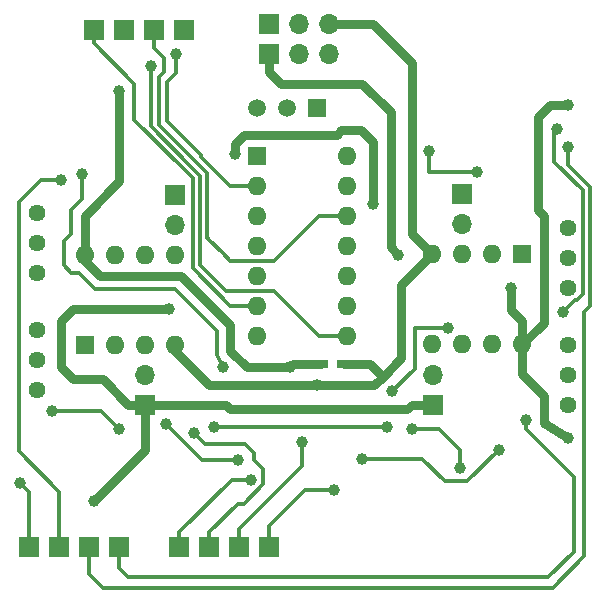
<source format=gbr>
G04 #@! TF.FileFunction,Copper,L2,Bot,Signal*
%FSLAX46Y46*%
G04 Gerber Fmt 4.6, Leading zero omitted, Abs format (unit mm)*
G04 Created by KiCad (PCBNEW 4.0.6) date 07/20/17 01:45:34*
%MOMM*%
%LPD*%
G01*
G04 APERTURE LIST*
%ADD10C,0.100000*%
%ADD11R,1.200000X0.750000*%
%ADD12R,1.700000X1.700000*%
%ADD13O,1.700000X1.700000*%
%ADD14R,1.600000X1.600000*%
%ADD15O,1.600000X1.600000*%
%ADD16C,1.440000*%
%ADD17C,1.520000*%
%ADD18R,1.520000X1.520000*%
%ADD19C,1.000000*%
%ADD20C,0.800000*%
%ADD21C,0.300000*%
G04 APERTURE END LIST*
D10*
D11*
X26609000Y-80391000D03*
X28509000Y-80391000D03*
D12*
X22225000Y-54102000D03*
D13*
X24765000Y-54102000D03*
X27305000Y-54102000D03*
D12*
X22225000Y-51562000D03*
D13*
X24765000Y-51562000D03*
X27305000Y-51562000D03*
D14*
X43607000Y-71092000D03*
D15*
X35987000Y-78712000D03*
X41067000Y-71092000D03*
X38527000Y-78712000D03*
X38527000Y-71092000D03*
X41067000Y-78712000D03*
X35987000Y-71092000D03*
X43607000Y-78712000D03*
D14*
X6604000Y-78740000D03*
D15*
X14224000Y-71120000D03*
X9144000Y-78740000D03*
X11684000Y-71120000D03*
X11684000Y-78740000D03*
X9144000Y-71120000D03*
X14224000Y-78740000D03*
X6604000Y-71120000D03*
D16*
X47498000Y-78740000D03*
X47498000Y-81280000D03*
X47498000Y-83820000D03*
X47498000Y-68834000D03*
X47498000Y-71374000D03*
X47498000Y-73914000D03*
X2540000Y-72644000D03*
X2540000Y-70104000D03*
X2540000Y-67564000D03*
X2540000Y-82550000D03*
X2540000Y-80010000D03*
X2540000Y-77470000D03*
D12*
X36068000Y-83820000D03*
D13*
X36068000Y-81280000D03*
D12*
X38527000Y-66012000D03*
D13*
X38527000Y-68552000D03*
D12*
X14224000Y-66040000D03*
D13*
X14224000Y-68580000D03*
D12*
X11684000Y-83820000D03*
D13*
X11684000Y-81280000D03*
D12*
X14986000Y-52070000D03*
X12446000Y-52070000D03*
X22225000Y-95885000D03*
X19685000Y-95885000D03*
X9525000Y-95885000D03*
X6985000Y-95885000D03*
X9906000Y-52070000D03*
X7366000Y-52070000D03*
X17145000Y-95885000D03*
X14605000Y-95885000D03*
X4445000Y-95885000D03*
X1905000Y-95885000D03*
D14*
X21209000Y-62738000D03*
D15*
X28829000Y-77978000D03*
X21209000Y-65278000D03*
X28829000Y-75438000D03*
X21209000Y-67818000D03*
X28829000Y-72898000D03*
X21209000Y-70358000D03*
X28829000Y-70358000D03*
X21209000Y-72898000D03*
X28829000Y-67818000D03*
X21209000Y-75438000D03*
X28829000Y-65278000D03*
X21209000Y-77978000D03*
X28829000Y-62738000D03*
D17*
X23749000Y-58674000D03*
X21209000Y-58674000D03*
D18*
X26289000Y-58674000D03*
D19*
X9525000Y-57277000D03*
X42672000Y-73914000D03*
X24003000Y-80645000D03*
X33147000Y-71120000D03*
X47498000Y-58420000D03*
X47498000Y-86614000D03*
X30988000Y-66802000D03*
X19304000Y-62611000D03*
X13716000Y-75692000D03*
X7366000Y-91948000D03*
X3810000Y-84328000D03*
X19558000Y-88519000D03*
X13462000Y-85471000D03*
X9525000Y-85852000D03*
X6350000Y-64262000D03*
X18288000Y-80645000D03*
X46609000Y-60452000D03*
X47117000Y-75946000D03*
X37338000Y-77343000D03*
X32639000Y-82677000D03*
X30099000Y-88392000D03*
X41656000Y-87630000D03*
X1143000Y-90424000D03*
X4572000Y-64770000D03*
X20701000Y-90170000D03*
X15875000Y-86233000D03*
X14351000Y-54102000D03*
X47498000Y-61976000D03*
X43942000Y-85090000D03*
X25019000Y-86995000D03*
X27686000Y-91059000D03*
X12192000Y-55118000D03*
X32215000Y-85725000D03*
X17526000Y-85725000D03*
X35750000Y-62358000D03*
X39797000Y-64107000D03*
X38354000Y-89154000D03*
X34290000Y-85852000D03*
X26289000Y-82169000D03*
D20*
X26609000Y-80391000D02*
X24257000Y-80391000D01*
X24257000Y-80391000D02*
X24003000Y-80645000D01*
X9525000Y-59182000D02*
X9525000Y-57277000D01*
X6604000Y-67818000D02*
X9525000Y-64897000D01*
X9525000Y-64897000D02*
X9525000Y-59182000D01*
X6604000Y-67818000D02*
X6604000Y-71120000D01*
X43607000Y-76754000D02*
X42672000Y-75819000D01*
X43607000Y-76754000D02*
X43607000Y-78712000D01*
X42672000Y-73914000D02*
X42672000Y-75819000D01*
X6604000Y-71120000D02*
X6604000Y-71628000D01*
X6604000Y-71628000D02*
X7874000Y-72898000D01*
X20320000Y-80645000D02*
X24003000Y-80645000D01*
X18923000Y-79248000D02*
X20320000Y-80645000D01*
X18923000Y-77089000D02*
X18923000Y-79248000D01*
X14732000Y-72898000D02*
X18923000Y-77089000D01*
X7874000Y-72898000D02*
X14732000Y-72898000D01*
X22225000Y-55626000D02*
X22225000Y-54102000D01*
X23241000Y-56642000D02*
X22225000Y-55626000D01*
X30099000Y-56642000D02*
X23241000Y-56642000D01*
X32512000Y-59055000D02*
X30099000Y-56642000D01*
X32512000Y-70485000D02*
X32512000Y-59055000D01*
X33147000Y-71120000D02*
X32512000Y-70485000D01*
X47498000Y-58420000D02*
X45974000Y-58420000D01*
X45974000Y-58420000D02*
X44958000Y-59436000D01*
X44958000Y-59436000D02*
X44958000Y-67310000D01*
X44958000Y-67310000D02*
X45466000Y-67818000D01*
X45466000Y-67818000D02*
X45466000Y-76853000D01*
X45466000Y-76853000D02*
X43607000Y-78712000D01*
X43607000Y-81199000D02*
X43607000Y-78712000D01*
X45466000Y-83058000D02*
X43607000Y-81199000D01*
X45466000Y-85344000D02*
X45466000Y-83058000D01*
X47498000Y-86614000D02*
X45466000Y-85344000D01*
X20066000Y-60960000D02*
X19304000Y-61722000D01*
X20066000Y-60960000D02*
X27940000Y-60960000D01*
X27940000Y-60960000D02*
X28321000Y-60579000D01*
X28321000Y-60579000D02*
X29972000Y-60579000D01*
X29972000Y-60579000D02*
X30988000Y-61595000D01*
X30988000Y-61595000D02*
X30988000Y-66802000D01*
X19304000Y-61722000D02*
X19304000Y-62611000D01*
X11684000Y-83820000D02*
X10287000Y-83820000D01*
X5588000Y-75692000D02*
X13716000Y-75692000D01*
X4572000Y-76708000D02*
X5588000Y-75692000D01*
X4572000Y-80645000D02*
X4572000Y-76708000D01*
X5588000Y-81661000D02*
X4572000Y-80645000D01*
X8128000Y-81661000D02*
X5588000Y-81661000D01*
X10287000Y-83820000D02*
X8128000Y-81661000D01*
X11684000Y-83820000D02*
X18542000Y-83820000D01*
X34290000Y-83820000D02*
X36068000Y-83820000D01*
X33909000Y-84201000D02*
X34290000Y-83820000D01*
X18923000Y-84201000D02*
X33909000Y-84201000D01*
X18542000Y-83820000D02*
X18923000Y-84201000D01*
X7366000Y-91948000D02*
X11684000Y-87630000D01*
X11684000Y-87630000D02*
X11684000Y-83820000D01*
D21*
X3810000Y-84328000D02*
X8001000Y-84328000D01*
X16510000Y-88519000D02*
X19558000Y-88519000D01*
X13462000Y-85471000D02*
X16510000Y-88519000D01*
X8001000Y-84328000D02*
X9525000Y-85852000D01*
X18288000Y-80645000D02*
X17907000Y-79756000D01*
X6350000Y-66421000D02*
X6350000Y-64262000D01*
X5461000Y-67310000D02*
X6350000Y-66421000D01*
X5461000Y-69342000D02*
X5461000Y-67310000D01*
X4826000Y-69977000D02*
X5461000Y-69342000D01*
X4826000Y-72009000D02*
X4826000Y-69977000D01*
X5461000Y-72644000D02*
X4826000Y-72009000D01*
X6096000Y-72644000D02*
X5461000Y-72644000D01*
X7493000Y-74041000D02*
X6096000Y-72644000D01*
X7747000Y-74041000D02*
X7493000Y-74041000D01*
X11303000Y-74041000D02*
X7747000Y-74041000D01*
X14224000Y-74041000D02*
X11303000Y-74041000D01*
X14370536Y-74187536D02*
X14224000Y-74041000D01*
X17780000Y-77597000D02*
X14370536Y-74187536D01*
X17780000Y-79629000D02*
X17780000Y-77597000D01*
X17907000Y-79756000D02*
X17780000Y-79629000D01*
X18288000Y-80645000D02*
X18288000Y-80645000D01*
X46355000Y-60706000D02*
X46609000Y-60452000D01*
X46355000Y-63246000D02*
X46355000Y-60706000D01*
X48768000Y-65659000D02*
X46355000Y-63246000D01*
X48768000Y-74422000D02*
X48768000Y-65659000D01*
X48260000Y-74930000D02*
X48768000Y-74422000D01*
X48133000Y-74930000D02*
X48260000Y-74930000D01*
X47117000Y-75946000D02*
X48133000Y-74930000D01*
X34544000Y-77343000D02*
X37338000Y-77343000D01*
X34544000Y-80772000D02*
X34544000Y-77343000D01*
X32639000Y-82677000D02*
X34544000Y-80772000D01*
X35179000Y-88392000D02*
X30099000Y-88392000D01*
X37084000Y-90297000D02*
X35179000Y-88392000D01*
X38989000Y-90297000D02*
X37084000Y-90297000D01*
X41656000Y-87630000D02*
X38989000Y-90297000D01*
X1905000Y-95885000D02*
X1905000Y-91186000D01*
X1905000Y-91186000D02*
X1143000Y-90424000D01*
X4445000Y-95885000D02*
X4445000Y-91186000D01*
X2921000Y-64770000D02*
X1016000Y-66675000D01*
X1016000Y-66675000D02*
X1016000Y-87757000D01*
X1016000Y-87757000D02*
X4445000Y-91186000D01*
X4572000Y-64770000D02*
X2921000Y-64770000D01*
X14605000Y-95885000D02*
X14605000Y-94615000D01*
X19050000Y-90170000D02*
X20701000Y-90170000D01*
X14605000Y-94615000D02*
X19050000Y-90170000D01*
X17145000Y-95885000D02*
X17145000Y-94615000D01*
X15875000Y-86233000D02*
X16764000Y-87122000D01*
X16764000Y-87122000D02*
X20193000Y-87122000D01*
X20193000Y-87122000D02*
X20955000Y-87884000D01*
X20955000Y-87884000D02*
X20955000Y-88519000D01*
X20955000Y-88519000D02*
X21717000Y-89281000D01*
X21717000Y-89281000D02*
X21717000Y-90551000D01*
X21717000Y-90551000D02*
X20066000Y-92202000D01*
X20066000Y-92202000D02*
X19558000Y-92202000D01*
X19558000Y-92202000D02*
X17145000Y-94615000D01*
X7366000Y-52070000D02*
X7366000Y-53213000D01*
X15748000Y-64643000D02*
X14986000Y-63881000D01*
X18923000Y-75438000D02*
X21209000Y-75438000D01*
X15748000Y-72263000D02*
X15748000Y-65532000D01*
X18923000Y-75438000D02*
X15748000Y-72263000D01*
X15748000Y-65532000D02*
X15748000Y-64643000D01*
X10795000Y-59690000D02*
X14986000Y-63881000D01*
X10795000Y-56642000D02*
X10795000Y-59690000D01*
X7366000Y-53213000D02*
X10795000Y-56642000D01*
X16449295Y-62798705D02*
X16449295Y-62677295D01*
X18928590Y-65278000D02*
X16449295Y-62798705D01*
X21209000Y-65278000D02*
X18928590Y-65278000D01*
X14351000Y-55753000D02*
X14351000Y-54102000D01*
X13589000Y-56515000D02*
X14351000Y-55753000D01*
X13589000Y-59817000D02*
X13589000Y-56515000D01*
X16449295Y-62677295D02*
X13589000Y-59817000D01*
X48895000Y-93091000D02*
X48895000Y-96647000D01*
X47498000Y-63500000D02*
X49403000Y-65405000D01*
X49403000Y-65405000D02*
X49403000Y-75438000D01*
X49403000Y-75438000D02*
X48895000Y-75946000D01*
X48895000Y-75946000D02*
X48895000Y-93091000D01*
X47498000Y-61976000D02*
X47498000Y-63500000D01*
X6985000Y-98171000D02*
X6985000Y-95885000D01*
X8128000Y-99314000D02*
X6985000Y-98171000D01*
X46228000Y-99314000D02*
X8128000Y-99314000D01*
X48895000Y-96647000D02*
X46228000Y-99314000D01*
X43942000Y-85090000D02*
X43942000Y-85852000D01*
X9525000Y-97663000D02*
X9525000Y-95885000D01*
X10287000Y-98425000D02*
X9525000Y-97663000D01*
X45847000Y-98425000D02*
X10287000Y-98425000D01*
X48006000Y-96266000D02*
X45847000Y-98425000D01*
X48006000Y-89916000D02*
X48006000Y-96266000D01*
X46609000Y-88519000D02*
X48006000Y-89916000D01*
X43942000Y-85852000D02*
X46609000Y-88519000D01*
X19685000Y-94361000D02*
X25019000Y-89027000D01*
X25019000Y-89027000D02*
X25019000Y-86995000D01*
X19685000Y-95885000D02*
X19685000Y-94361000D01*
X22225000Y-94107000D02*
X22225000Y-95885000D01*
X25273000Y-91059000D02*
X22225000Y-94107000D01*
X27686000Y-91059000D02*
X25273000Y-91059000D01*
X15961530Y-63159470D02*
X12913530Y-60111470D01*
X16983002Y-64180942D02*
X15961530Y-63159470D01*
X16983002Y-65151000D02*
X16983002Y-65532000D01*
X16983002Y-69688002D02*
X17018000Y-69723000D01*
X18288000Y-70993000D02*
X17145000Y-69850000D01*
X26416000Y-67818000D02*
X22606000Y-71628000D01*
X22606000Y-71628000D02*
X18923000Y-71628000D01*
X18923000Y-71628000D02*
X18288000Y-70993000D01*
X28829000Y-67818000D02*
X26416000Y-67818000D01*
X16983002Y-65532000D02*
X16983002Y-68164002D01*
X17145000Y-69850000D02*
X17018000Y-69723000D01*
X16983002Y-68164002D02*
X16983002Y-69688002D01*
X16983002Y-65151000D02*
X16983002Y-64180942D01*
X12446000Y-53594000D02*
X12446000Y-52070000D01*
X13335000Y-54483000D02*
X12446000Y-53594000D01*
X13335000Y-55626000D02*
X13335000Y-54483000D01*
X12913530Y-56047470D02*
X13335000Y-55626000D01*
X12913530Y-60111470D02*
X12913530Y-56047470D01*
X12171765Y-60218235D02*
X12171765Y-55138235D01*
X12171765Y-55138235D02*
X12192000Y-55118000D01*
X16383000Y-65532000D02*
X16383000Y-64429470D01*
X18542000Y-74168000D02*
X16383000Y-72009000D01*
X16383000Y-72009000D02*
X16383000Y-65820998D01*
X16383000Y-65820998D02*
X16383000Y-65532000D01*
X28829000Y-77978000D02*
X26416000Y-77978000D01*
X22606000Y-74168000D02*
X18923000Y-74168000D01*
X26416000Y-77978000D02*
X22606000Y-74168000D01*
X18923000Y-74168000D02*
X18542000Y-74168000D01*
X16383000Y-64429470D02*
X15537265Y-63583735D01*
X15537265Y-63583735D02*
X12171765Y-60218235D01*
X32215000Y-85725000D02*
X17526000Y-85725000D01*
X35750000Y-64108000D02*
X35750000Y-62358000D01*
X39797000Y-64107000D02*
X35750000Y-64108000D01*
X38354000Y-89154000D02*
X38354000Y-87630000D01*
X36576000Y-85852000D02*
X34290000Y-85852000D01*
X38354000Y-87630000D02*
X36576000Y-85852000D01*
D20*
X28509000Y-80391000D02*
X30734000Y-80391000D01*
X30734000Y-80391000D02*
X31813500Y-81470500D01*
X14224000Y-78740000D02*
X14224000Y-79248000D01*
X14224000Y-79248000D02*
X17145000Y-82169000D01*
X17145000Y-82169000D02*
X26289000Y-82169000D01*
X26289000Y-82169000D02*
X31115000Y-82169000D01*
X31115000Y-82169000D02*
X31813500Y-81470500D01*
X31813500Y-81470500D02*
X33401000Y-79883000D01*
X33401000Y-79883000D02*
X33401000Y-73678000D01*
X33401000Y-73678000D02*
X35987000Y-71092000D01*
X27305000Y-51562000D02*
X30988000Y-51562000D01*
X34290000Y-69395000D02*
X35987000Y-71092000D01*
X34290000Y-54864000D02*
X34290000Y-69395000D01*
X30988000Y-51562000D02*
X34290000Y-54864000D01*
M02*

</source>
